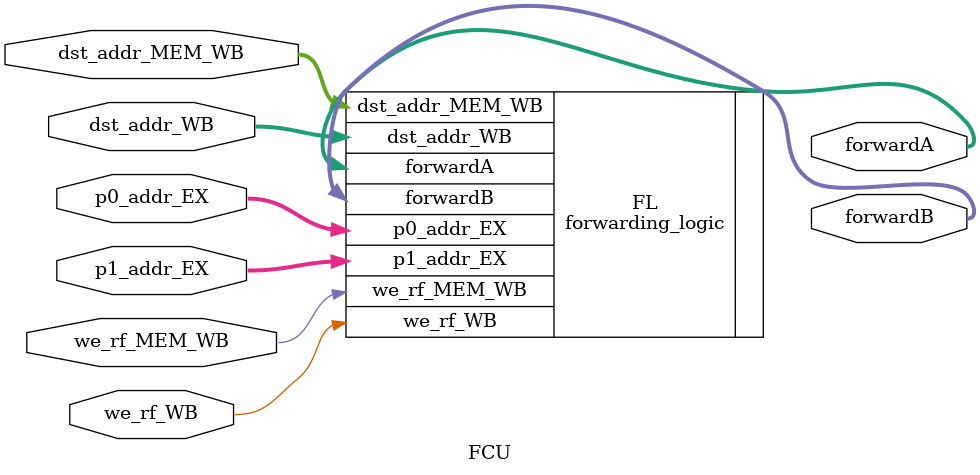
<source format=v>
module FCU(
	// Input
	p0_addr_EX,
	p1_addr_EX,
	we_rf_MEM_WB, 
	dst_addr_MEM_WB, 
	we_rf_WB,
	dst_addr_WB,
	// Output
	forwardA,
	forwardB
	);

	input we_rf_MEM_WB, we_rf_WB;
	input [3:0] dst_addr_MEM_WB;
	input [3:0] p1_addr_EX;
	input [3:0] p0_addr_EX;
	input [3:0] dst_addr_WB;

	output [1:0] forwardA, forwardB;

	forwarding_logic FL(
		// Input
		.we_rf_MEM_WB(we_rf_MEM_WB),
		.dst_addr_MEM_WB(dst_addr_MEM_WB),
		.p1_addr_EX(p1_addr_EX),
		.p0_addr_EX(p0_addr_EX),
		.we_rf_WB(we_rf_WB),
		.dst_addr_WB(dst_addr_WB),
		// Output
		.forwardA(forwardA),
		.forwardB(forwardB)
		);

endmodule

</source>
